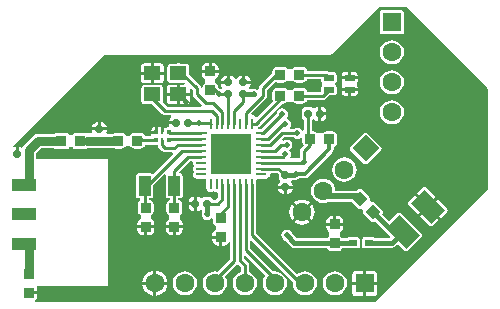
<source format=gtl>
G04 Layer_Physical_Order=1*
G04 Layer_Color=255*
%FSLAX25Y25*%
%MOIN*%
G70*
G01*
G75*
%ADD10R,0.03543X0.03543*%
%ADD11R,0.08268X0.04331*%
G04:AMPARAMS|DCode=12|XSize=35.43mil|YSize=35.43mil|CornerRadius=8.86mil|HoleSize=0mil|Usage=FLASHONLY|Rotation=180.000|XOffset=0mil|YOffset=0mil|HoleType=Round|Shape=RoundedRectangle|*
%AMROUNDEDRECTD12*
21,1,0.03543,0.01772,0,0,180.0*
21,1,0.01772,0.03543,0,0,180.0*
1,1,0.01772,-0.00886,0.00886*
1,1,0.01772,0.00886,0.00886*
1,1,0.01772,0.00886,-0.00886*
1,1,0.01772,-0.00886,-0.00886*
%
%ADD12ROUNDEDRECTD12*%
%ADD13R,0.00984X0.01378*%
%ADD14R,0.01181X0.01378*%
%ADD15R,0.05512X0.04528*%
%ADD16R,0.03937X0.06693*%
%ADD17R,0.03347X0.01968*%
G04:AMPARAMS|DCode=18|XSize=23.62mil|YSize=27.56mil|CornerRadius=5.91mil|HoleSize=0mil|Usage=FLASHONLY|Rotation=0.000|XOffset=0mil|YOffset=0mil|HoleType=Round|Shape=RoundedRectangle|*
%AMROUNDEDRECTD18*
21,1,0.02362,0.01575,0,0,0.0*
21,1,0.01181,0.02756,0,0,0.0*
1,1,0.01181,0.00591,-0.00787*
1,1,0.01181,-0.00591,-0.00787*
1,1,0.01181,-0.00591,0.00787*
1,1,0.01181,0.00591,0.00787*
%
%ADD18ROUNDEDRECTD18*%
G04:AMPARAMS|DCode=19|XSize=35.43mil|YSize=35.43mil|CornerRadius=8.86mil|HoleSize=0mil|Usage=FLASHONLY|Rotation=90.000|XOffset=0mil|YOffset=0mil|HoleType=Round|Shape=RoundedRectangle|*
%AMROUNDEDRECTD19*
21,1,0.03543,0.01772,0,0,90.0*
21,1,0.01772,0.03543,0,0,90.0*
1,1,0.01772,0.00886,0.00886*
1,1,0.01772,0.00886,-0.00886*
1,1,0.01772,-0.00886,-0.00886*
1,1,0.01772,-0.00886,0.00886*
%
%ADD19ROUNDEDRECTD19*%
G04:AMPARAMS|DCode=20|XSize=23.62mil|YSize=27.56mil|CornerRadius=5.91mil|HoleSize=0mil|Usage=FLASHONLY|Rotation=270.000|XOffset=0mil|YOffset=0mil|HoleType=Round|Shape=RoundedRectangle|*
%AMROUNDEDRECTD20*
21,1,0.02362,0.01575,0,0,270.0*
21,1,0.01181,0.02756,0,0,270.0*
1,1,0.01181,-0.00787,-0.00591*
1,1,0.01181,-0.00787,0.00591*
1,1,0.01181,0.00787,0.00591*
1,1,0.01181,0.00787,-0.00591*
%
%ADD20ROUNDEDRECTD20*%
%ADD21P,0.05011X4X360.0*%
%ADD22R,0.03937X0.00984*%
%ADD23O,0.03937X0.00984*%
%ADD24O,0.00984X0.03937*%
%ADD25R,0.13583X0.13583*%
%ADD26R,0.02756X0.01969*%
G04:AMPARAMS|DCode=27|XSize=63mil|YSize=95mil|CornerRadius=0mil|HoleSize=0mil|Usage=FLASHONLY|Rotation=225.000|XOffset=0mil|YOffset=0mil|HoleType=Round|Shape=Rectangle|*
%AMROTATEDRECTD27*
4,1,4,-0.01131,0.05586,0.05586,-0.01131,0.01131,-0.05586,-0.05586,0.01131,-0.01131,0.05586,0.0*
%
%ADD27ROTATEDRECTD27*%

%ADD28C,0.01000*%
%ADD29C,0.01575*%
%ADD30C,0.01181*%
%ADD31C,0.03000*%
%ADD32C,0.01968*%
%ADD33C,0.06299*%
%ADD34R,0.06299X0.06299*%
%ADD35P,0.08908X4X270.0*%
%ADD36R,0.06299X0.06299*%
%ADD37C,0.01968*%
%ADD38C,0.05000*%
G36*
X106034Y74984D02*
X106101Y74646D01*
X106293Y74360D01*
X106416Y74278D01*
X106424Y74253D01*
Y73747D01*
X106416Y73722D01*
X106293Y73640D01*
X106101Y73354D01*
X106034Y73016D01*
Y71445D01*
X105982Y71393D01*
X101257D01*
X101221Y71569D01*
X100834Y72149D01*
X100255Y72536D01*
X99571Y72672D01*
X97799D01*
X97116Y72536D01*
X96536Y72149D01*
X96416Y71969D01*
X94655D01*
X94535Y72149D01*
X93955Y72536D01*
X93272Y72672D01*
X91500D01*
X90817Y72536D01*
X90237Y72149D01*
X89850Y71569D01*
X89714Y70886D01*
Y69114D01*
X89850Y68430D01*
X89908Y68343D01*
X84596Y63030D01*
X83952Y63093D01*
X83904Y63164D01*
X83455Y63464D01*
X82925Y63570D01*
X82850Y63555D01*
X82764Y63604D01*
X82629Y64124D01*
X87520Y69015D01*
X87822Y69467D01*
X87928Y70000D01*
Y71923D01*
X90608Y74603D01*
X90817Y74464D01*
X91500Y74328D01*
X93272D01*
X93955Y74464D01*
X94535Y74851D01*
X94656Y75032D01*
X96416Y75032D01*
X96536Y74851D01*
X97116Y74464D01*
X97799Y74328D01*
X99571D01*
X100255Y74464D01*
X100834Y74851D01*
X101221Y75430D01*
X101257Y75607D01*
X106034D01*
Y74984D01*
D02*
G37*
G36*
X97313Y55757D02*
X98035Y55613D01*
X98757Y55757D01*
X99213Y56062D01*
X99696Y55857D01*
X99713Y55840D01*
Y54614D01*
X99849Y53931D01*
X100237Y53351D01*
X100240Y53323D01*
X99369Y52453D01*
X99067Y52002D01*
X98961Y51468D01*
Y49109D01*
X95933D01*
X95666Y49609D01*
X95779Y49778D01*
X95922Y50500D01*
X95779Y51222D01*
X95371Y51832D01*
X95869Y52166D01*
X96279Y52778D01*
X96422Y53500D01*
X96279Y54222D01*
X95869Y54834D01*
X95257Y55243D01*
X94535Y55387D01*
X93813Y55243D01*
X93428Y54986D01*
X93126Y55053D01*
X92957Y55591D01*
X93473Y56107D01*
X96789D01*
X97313Y55757D01*
D02*
G37*
G36*
X161643Y72423D02*
Y39077D01*
X123959Y1393D01*
X10615D01*
X10464Y1893D01*
X10781Y2105D01*
X11197Y2729D01*
X11344Y3464D01*
Y3850D01*
X8535D01*
Y4850D01*
X11344D01*
Y5236D01*
X11197Y5972D01*
X11139Y6059D01*
X11375Y6500D01*
X34930D01*
Y49000D01*
X10948D01*
Y51000D01*
X12534Y52587D01*
X17014D01*
X17276Y52412D01*
X17614Y52345D01*
X21158D01*
X21496Y52412D01*
X21782Y52604D01*
X21974Y52890D01*
X22002Y53031D01*
X23070D01*
X23098Y52890D01*
X23289Y52604D01*
X23576Y52412D01*
X23914Y52345D01*
X27457D01*
X27795Y52412D01*
X28081Y52604D01*
X28091Y52618D01*
X31911D01*
X32067Y52587D01*
X36632D01*
X36817Y52464D01*
X37500Y52328D01*
X39272D01*
X39955Y52464D01*
X40535Y52851D01*
X40768Y53200D01*
X42303D01*
X42536Y52851D01*
X43116Y52464D01*
X43799Y52328D01*
X45571D01*
X46255Y52464D01*
X46834Y52851D01*
X47221Y53430D01*
X47281Y53729D01*
X49872D01*
X50040Y53617D01*
X50378Y53550D01*
X51559D01*
X51577Y53554D01*
X51643Y53500D01*
X51749Y52967D01*
X52051Y52515D01*
X53051Y51515D01*
X53502Y51213D01*
X54035Y51107D01*
X56326D01*
X56534Y50607D01*
X49880Y43954D01*
X49707Y43971D01*
X49421Y44162D01*
X49083Y44230D01*
X45146D01*
X44808Y44162D01*
X44521Y43971D01*
X44330Y43684D01*
X44262Y43346D01*
Y36654D01*
X44330Y36316D01*
X44521Y36029D01*
X44808Y35838D01*
X45146Y35770D01*
X45721D01*
Y35022D01*
X45387Y34799D01*
X45000Y34219D01*
X44864Y33536D01*
Y31764D01*
X45000Y31080D01*
X45387Y30501D01*
X45886Y30167D01*
X45886Y28994D01*
X45290Y28596D01*
X44873Y27972D01*
X44727Y27236D01*
Y26851D01*
X47536D01*
X50344D01*
Y27236D01*
X50198Y27972D01*
X49781Y28596D01*
X49335Y28894D01*
Y30268D01*
X49685Y30501D01*
X50072Y31080D01*
X50208Y31764D01*
Y33536D01*
X50072Y34219D01*
X49685Y34799D01*
X49105Y35186D01*
X48680Y35270D01*
X48730Y35770D01*
X49083D01*
X49421Y35838D01*
X49707Y36029D01*
X49899Y36316D01*
X49966Y36654D01*
Y40100D01*
X53739Y43873D01*
X53799Y43846D01*
X54151Y43578D01*
X54105Y43346D01*
Y36654D01*
X54172Y36316D01*
X54364Y36029D01*
X54650Y35838D01*
X54988Y35770D01*
X55564D01*
Y35205D01*
X55466Y35186D01*
X54887Y34799D01*
X54500Y34219D01*
X54364Y33536D01*
Y31764D01*
X54500Y31080D01*
X54887Y30501D01*
X55386Y30167D01*
Y28994D01*
X54790Y28596D01*
X54374Y27972D01*
X54227Y27236D01*
Y26851D01*
X57036D01*
X59844D01*
Y27236D01*
X59698Y27972D01*
X59281Y28596D01*
X58835Y28894D01*
Y30268D01*
X59185Y30501D01*
X59572Y31080D01*
X59708Y31764D01*
Y33536D01*
X59572Y34219D01*
X59185Y34799D01*
X58605Y35186D01*
X58350Y35237D01*
Y35770D01*
X58925D01*
X59263Y35838D01*
X59550Y36029D01*
X59741Y36316D01*
X59808Y36654D01*
Y43346D01*
X59741Y43684D01*
X59550Y43971D01*
X59263Y44162D01*
X58939Y44227D01*
X58910Y44269D01*
X58735Y44730D01*
X62266Y48261D01*
X62778Y48245D01*
X63150Y47792D01*
X63135Y47717D01*
X63240Y47187D01*
X63540Y46737D01*
Y46727D01*
X63240Y46278D01*
X63135Y45748D01*
X63240Y45218D01*
X63540Y44769D01*
Y44759D01*
X63240Y44309D01*
X63135Y43780D01*
X63240Y43250D01*
X63540Y42800D01*
X63990Y42500D01*
X64520Y42395D01*
X67308D01*
X67585Y42219D01*
X67761Y41942D01*
Y39154D01*
X67866Y38624D01*
X68166Y38174D01*
X68616Y37874D01*
X69146Y37769D01*
X69676Y37874D01*
X70125Y38174D01*
X70135D01*
X70584Y37874D01*
X71114Y37769D01*
X71190Y37784D01*
X71690Y37373D01*
Y36124D01*
X70958Y35392D01*
X69941D01*
X69644Y35837D01*
X69162Y36159D01*
X68594Y36272D01*
X67413D01*
X66844Y36159D01*
X66363Y35837D01*
X65868D01*
X65803Y35933D01*
X65277Y36285D01*
X64657Y36408D01*
X64566D01*
Y33999D01*
Y31590D01*
X64657D01*
X65277Y31714D01*
X65803Y32065D01*
X65817Y32086D01*
X66317Y31935D01*
Y31260D01*
X66292Y31222D01*
X66149Y30500D01*
X66292Y29778D01*
X66701Y29166D01*
X67313Y28757D01*
X68035Y28613D01*
X68757Y28757D01*
X69370Y29166D01*
X69864Y29005D01*
Y28264D01*
X70000Y27580D01*
X70387Y27001D01*
X70886Y26667D01*
Y25494D01*
X70290Y25096D01*
X69873Y24472D01*
X69727Y23736D01*
Y23351D01*
X72536D01*
Y22851D01*
X73036D01*
Y20042D01*
X73422D01*
X74157Y20188D01*
X74781Y20605D01*
X75143Y21146D01*
X75521Y21108D01*
X75643Y21063D01*
Y15577D01*
X71490Y11425D01*
X70535Y11550D01*
X69487Y11412D01*
X68510Y11008D01*
X67671Y10364D01*
X67028Y9525D01*
X66623Y8548D01*
X66485Y7500D01*
X66623Y6452D01*
X67028Y5475D01*
X67671Y4636D01*
X68510Y3992D01*
X69487Y3588D01*
X70535Y3450D01*
X71584Y3588D01*
X72561Y3992D01*
X73400Y4636D01*
X74043Y5475D01*
X74448Y6452D01*
X74586Y7500D01*
X74448Y8548D01*
X74043Y9525D01*
X73821Y9815D01*
X77699Y13694D01*
X78035Y14001D01*
X78372Y13694D01*
X79142Y12923D01*
Y11270D01*
X78510Y11008D01*
X77671Y10364D01*
X77028Y9525D01*
X76623Y8548D01*
X76485Y7500D01*
X76623Y6452D01*
X77028Y5475D01*
X77671Y4636D01*
X78510Y3992D01*
X79487Y3588D01*
X80535Y3450D01*
X81584Y3588D01*
X82561Y3992D01*
X83399Y4636D01*
X84043Y5475D01*
X84448Y6452D01*
X84586Y7500D01*
X84448Y8548D01*
X84043Y9525D01*
X83399Y10364D01*
X82561Y11008D01*
X81928Y11270D01*
Y13500D01*
X81822Y14033D01*
X81520Y14485D01*
X80428Y15577D01*
Y16484D01*
X80890Y16675D01*
X87467Y10098D01*
X87028Y9525D01*
X86623Y8548D01*
X86485Y7500D01*
X86623Y6452D01*
X87028Y5475D01*
X87671Y4636D01*
X88510Y3992D01*
X89487Y3588D01*
X90535Y3450D01*
X91584Y3588D01*
X92561Y3992D01*
X93400Y4636D01*
X94043Y5475D01*
X94448Y6452D01*
X94586Y7500D01*
X94448Y8548D01*
X94043Y9525D01*
X93400Y10364D01*
X92561Y11008D01*
X91584Y11412D01*
X90535Y11550D01*
X90022Y11483D01*
X82350Y19156D01*
Y21563D01*
X82811Y21754D01*
X96553Y8013D01*
X96485Y7500D01*
X96623Y6452D01*
X97028Y5475D01*
X97671Y4636D01*
X98510Y3992D01*
X99487Y3588D01*
X100535Y3450D01*
X101584Y3588D01*
X102561Y3992D01*
X103400Y4636D01*
X104043Y5475D01*
X104448Y6452D01*
X104586Y7500D01*
X104448Y8548D01*
X104043Y9525D01*
X103400Y10364D01*
X102561Y11008D01*
X101584Y11412D01*
X100535Y11550D01*
X99487Y11412D01*
X98510Y11008D01*
X97937Y10568D01*
X84318Y24187D01*
Y40630D01*
X84310Y40670D01*
Y41942D01*
X84486Y42219D01*
X84763Y42395D01*
X87551D01*
X88081Y42500D01*
X88530Y42800D01*
X88831Y43250D01*
X88936Y43780D01*
X88921Y43855D01*
X89331Y44355D01*
X91179D01*
X91764Y43771D01*
Y42877D01*
X91877Y42309D01*
X92198Y41827D01*
Y41333D01*
X92102Y41268D01*
X91750Y40742D01*
X91627Y40121D01*
Y40031D01*
X94036D01*
X96445D01*
Y40121D01*
X96322Y40742D01*
X95970Y41268D01*
X95949Y41282D01*
X96101Y41782D01*
X97003D01*
X97649Y41910D01*
X98129Y42231D01*
X98257Y42257D01*
X98643Y42515D01*
X100535D01*
X100535Y42515D01*
X101104Y42628D01*
X101586Y42950D01*
X109735Y51099D01*
X110057Y51581D01*
X110170Y52149D01*
X110170Y52149D01*
Y52947D01*
X110254Y52964D01*
X110834Y53351D01*
X111221Y53931D01*
X111357Y54614D01*
Y56386D01*
X111221Y57070D01*
X110834Y57649D01*
X110254Y58036D01*
X109571Y58172D01*
X107799D01*
X107115Y58036D01*
X106536Y57649D01*
X106415Y57468D01*
X104655D01*
X104534Y57649D01*
X103955Y58036D01*
X103271Y58172D01*
X102929D01*
Y61976D01*
X103208Y62163D01*
X103703D01*
X103767Y62067D01*
X104294Y61715D01*
X104914Y61592D01*
X105005D01*
Y64001D01*
Y66410D01*
X104914D01*
X104294Y66286D01*
X103767Y65935D01*
X103703Y65838D01*
X103208D01*
X102726Y66160D01*
X102158Y66273D01*
X100977D01*
X100408Y66160D01*
X99927Y65838D01*
X99605Y65356D01*
X99492Y64788D01*
Y63213D01*
X99605Y62645D01*
X99927Y62163D01*
X100143Y62019D01*
Y58577D01*
X99643Y58425D01*
X99370Y58834D01*
X98757Y59243D01*
X98035Y59387D01*
X97313Y59243D01*
X96789Y58893D01*
X95788D01*
X95521Y59393D01*
X95779Y59778D01*
X95922Y60500D01*
X95779Y61222D01*
X95369Y61834D01*
X94757Y62243D01*
X94656Y62263D01*
X94588Y62358D01*
X94466Y62811D01*
X94779Y63278D01*
X94922Y64000D01*
X94779Y64722D01*
X94370Y65334D01*
X93757Y65743D01*
X93035Y65887D01*
X92313Y65743D01*
X91701Y65334D01*
X91292Y64722D01*
X91169Y64104D01*
X86010Y58944D01*
X85097D01*
X84805Y59407D01*
X84810Y59444D01*
X85229Y59724D01*
X92833Y67328D01*
X93272D01*
X93955Y67464D01*
X94535Y67851D01*
X94656Y68032D01*
X96416Y68032D01*
X96536Y67851D01*
X97116Y67464D01*
X97799Y67328D01*
X99571D01*
X100255Y67464D01*
X100834Y67851D01*
X101221Y68430D01*
X101257Y68607D01*
X106559D01*
X107092Y68713D01*
X107544Y69015D01*
X108693Y70164D01*
X110264D01*
X110602Y70231D01*
X110888Y70423D01*
X111080Y70709D01*
X111147Y71047D01*
Y73016D01*
X111080Y73354D01*
X110888Y73640D01*
X110766Y73722D01*
X110757Y73747D01*
Y74253D01*
X110766Y74278D01*
X110888Y74360D01*
X111080Y74646D01*
X111147Y74984D01*
Y76953D01*
X111080Y77291D01*
X110888Y77577D01*
X110602Y77769D01*
X110264Y77836D01*
X108693D01*
X108544Y77985D01*
X108092Y78287D01*
X107559Y78393D01*
X101257D01*
X101221Y78569D01*
X100834Y79149D01*
X100255Y79536D01*
X99571Y79672D01*
X97799D01*
X97116Y79536D01*
X96536Y79149D01*
X96416Y78969D01*
X94655D01*
X94535Y79149D01*
X93955Y79536D01*
X93272Y79672D01*
X91500D01*
X90817Y79536D01*
X90237Y79149D01*
X89850Y78569D01*
X89714Y77886D01*
Y77648D01*
X85550Y73485D01*
X85249Y73033D01*
X85142Y72500D01*
Y72253D01*
X84642Y71986D01*
X84257Y72243D01*
X83535Y72387D01*
X82813Y72243D01*
X82776Y72218D01*
X82099D01*
X81948Y72718D01*
X81969Y72732D01*
X82320Y73258D01*
X82444Y73879D01*
Y73969D01*
X80035D01*
Y74469D01*
X79535D01*
Y76682D01*
X79247D01*
X78627Y76558D01*
X78101Y76207D01*
X77812Y75774D01*
X77577Y75729D01*
X77493D01*
X77258Y75774D01*
X76969Y76207D01*
X76443Y76558D01*
X75822Y76682D01*
X75535D01*
Y74469D01*
X75035D01*
Y73969D01*
X72626D01*
Y73879D01*
X72749Y73258D01*
X72932Y72985D01*
X72849Y72378D01*
X72814Y72329D01*
X72734Y72280D01*
X72697Y72281D01*
X72107Y72398D01*
X71692Y72813D01*
X71571Y73420D01*
X71184Y73999D01*
X70685Y74333D01*
Y75506D01*
X71281Y75904D01*
X71697Y76528D01*
X71844Y77264D01*
Y77649D01*
X69035D01*
X66227D01*
Y77264D01*
X66373Y76528D01*
X66790Y75904D01*
X67235Y75606D01*
Y74232D01*
X66886Y73999D01*
X66499Y73420D01*
X66363Y72736D01*
X65875Y72766D01*
X65822Y73033D01*
X65520Y73485D01*
X62005Y77000D01*
Y79807D01*
X61938Y80145D01*
X61747Y80431D01*
X61460Y80623D01*
X61122Y80690D01*
X59109D01*
X58899Y80830D01*
X58366Y80936D01*
X57833Y80830D01*
X57624Y80690D01*
X55610D01*
X55272Y80623D01*
X54986Y80431D01*
X54794Y80145D01*
X54727Y79807D01*
Y75279D01*
X54794Y74942D01*
X54986Y74655D01*
X55272Y74464D01*
X55610Y74396D01*
X60349D01*
X60456Y74240D01*
X60192Y73740D01*
X58866D01*
Y70957D01*
X62142D01*
Y72217D01*
X62642Y72424D01*
X63143Y71923D01*
Y70500D01*
X63249Y69967D01*
X63551Y69515D01*
X66173Y66893D01*
X65966Y66393D01*
X54612D01*
X53226Y67779D01*
X53276Y67855D01*
X53344Y68193D01*
Y72720D01*
X53276Y73058D01*
X53085Y73345D01*
X52799Y73536D01*
X52461Y73604D01*
X46949D01*
X46611Y73536D01*
X46324Y73345D01*
X46133Y73058D01*
X46066Y72720D01*
Y68193D01*
X46133Y67855D01*
X46324Y67568D01*
X46611Y67377D01*
X46949Y67310D01*
X49756D01*
X53051Y64015D01*
X53502Y63713D01*
X54035Y63607D01*
X55937D01*
X56089Y63107D01*
X55829Y62933D01*
X55477Y62407D01*
X55354Y61787D01*
Y61499D01*
X57566D01*
Y60499D01*
X55354D01*
Y60212D01*
X55406Y59950D01*
X55016Y59450D01*
X54512D01*
X54174Y59383D01*
X54140Y59360D01*
X53918Y59509D01*
X53535Y59585D01*
Y57878D01*
X52535D01*
Y59585D01*
X52153Y59509D01*
X52051Y59441D01*
X51949Y59509D01*
X51559Y59587D01*
X51468D01*
Y57878D01*
X50968D01*
Y57378D01*
X49358D01*
Y57189D01*
X49393Y57015D01*
X49070Y56515D01*
X47232D01*
X47221Y56569D01*
X46834Y57149D01*
X46255Y57536D01*
X45571Y57672D01*
X43799D01*
X43116Y57536D01*
X42536Y57149D01*
X42203Y56650D01*
X40868D01*
X40535Y57149D01*
X39955Y57536D01*
X39272Y57672D01*
X37500D01*
X36817Y57536D01*
X36632Y57412D01*
X34647D01*
X34353Y57912D01*
X34445Y58377D01*
Y58468D01*
X32036D01*
X29627D01*
Y58377D01*
X29713Y57943D01*
X29404Y57443D01*
X28066D01*
X28023Y57435D01*
X27795Y57587D01*
X27457Y57655D01*
X23914D01*
X23576Y57587D01*
X23289Y57396D01*
X23098Y57109D01*
X23070Y56968D01*
X22002D01*
X21974Y57109D01*
X21782Y57396D01*
X21496Y57587D01*
X21158Y57655D01*
X17614D01*
X17276Y57587D01*
X17014Y57412D01*
X11535D01*
X11535Y57412D01*
X10612Y57229D01*
X9829Y56706D01*
X9829Y56706D01*
X6829Y53706D01*
X6367Y53014D01*
X5869Y52746D01*
X5809Y52786D01*
X5189Y52909D01*
X5098D01*
Y50500D01*
X4098D01*
Y52909D01*
X4008D01*
X3526Y52813D01*
X3265Y53260D01*
X33612Y83607D01*
X108535D01*
X109069Y83713D01*
X109520Y84015D01*
X125112Y99607D01*
X134458D01*
X161643Y72423D01*
D02*
G37*
%LPC*%
G36*
X111421Y29958D02*
X111035D01*
Y27649D01*
X113344D01*
Y28035D01*
X113197Y28771D01*
X112781Y29395D01*
X112157Y29812D01*
X111421Y29958D01*
D02*
G37*
G36*
X110035D02*
X109649D01*
X108914Y29812D01*
X108290Y29395D01*
X107873Y28771D01*
X107727Y28035D01*
Y27649D01*
X110035D01*
Y29958D01*
D02*
G37*
G36*
X59844Y25851D02*
X57536D01*
Y23542D01*
X57921D01*
X58657Y23688D01*
X59281Y24105D01*
X59698Y24729D01*
X59844Y25465D01*
Y25851D01*
D02*
G37*
G36*
X141535Y32374D02*
X138940Y29779D01*
X141945Y26774D01*
X142276Y26553D01*
X142666Y26475D01*
X143056Y26553D01*
X143387Y26774D01*
X145261Y28648D01*
X141535Y32374D01*
D02*
G37*
G36*
X99589Y30537D02*
X97030Y27978D01*
X97496Y27619D01*
X98506Y27201D01*
X99589Y27059D01*
X100672Y27201D01*
X101682Y27619D01*
X102148Y27978D01*
X99589Y30537D01*
D02*
G37*
G36*
X102856Y33804D02*
X100296Y31244D01*
X102856Y28685D01*
X103214Y29151D01*
X103632Y30161D01*
X103774Y31244D01*
X103632Y32327D01*
X103214Y33337D01*
X102856Y33804D01*
D02*
G37*
G36*
X99589Y35430D02*
X98506Y35287D01*
X97496Y34869D01*
X97030Y34511D01*
X99589Y31951D01*
X102148Y34511D01*
X101682Y34869D01*
X100672Y35287D01*
X99589Y35430D01*
D02*
G37*
G36*
X140403Y39687D02*
X140013Y39609D01*
X139682Y39388D01*
X137809Y37514D01*
X141535Y33788D01*
X144129Y36383D01*
X141124Y39388D01*
X140793Y39609D01*
X140403Y39687D01*
D02*
G37*
G36*
X63566Y36408D02*
X63476D01*
X62855Y36285D01*
X62329Y35933D01*
X61977Y35407D01*
X61854Y34787D01*
Y34499D01*
X63566D01*
Y36408D01*
D02*
G37*
G36*
Y33499D02*
X61854D01*
Y33212D01*
X61977Y32591D01*
X62329Y32065D01*
X62855Y31714D01*
X63476Y31590D01*
X63566D01*
Y33499D01*
D02*
G37*
G36*
X96323Y33804D02*
X95964Y33337D01*
X95546Y32327D01*
X95404Y31244D01*
X95546Y30161D01*
X95964Y29151D01*
X96323Y28685D01*
X98882Y31244D01*
X96323Y33804D01*
D02*
G37*
G36*
X144836Y35676D02*
X142242Y33081D01*
X145968Y29355D01*
X147842Y31229D01*
X148063Y31559D01*
X148140Y31949D01*
X148063Y32340D01*
X147842Y32670D01*
X144836Y35676D01*
D02*
G37*
G36*
X137101Y36807D02*
X135228Y34933D01*
X135006Y34602D01*
X134929Y34212D01*
X135006Y33822D01*
X135228Y33491D01*
X138233Y30486D01*
X140828Y33081D01*
X137101Y36807D01*
D02*
G37*
G36*
X56536Y25851D02*
X54227D01*
Y25465D01*
X54374Y24729D01*
X54790Y24105D01*
X55414Y23688D01*
X56150Y23542D01*
X56536D01*
Y25851D01*
D02*
G37*
G36*
X60535Y11550D02*
X59487Y11412D01*
X58510Y11008D01*
X57671Y10364D01*
X57028Y9525D01*
X56623Y8548D01*
X56485Y7500D01*
X56623Y6452D01*
X57028Y5475D01*
X57671Y4636D01*
X58510Y3992D01*
X59487Y3588D01*
X60535Y3450D01*
X61584Y3588D01*
X62561Y3992D01*
X63399Y4636D01*
X64043Y5475D01*
X64448Y6452D01*
X64586Y7500D01*
X64448Y8548D01*
X64043Y9525D01*
X63399Y10364D01*
X62561Y11008D01*
X61584Y11412D01*
X60535Y11550D01*
D02*
G37*
G36*
X110535D02*
X109487Y11412D01*
X108510Y11008D01*
X107671Y10364D01*
X107028Y9525D01*
X106623Y8548D01*
X106485Y7500D01*
X106623Y6452D01*
X107028Y5475D01*
X107671Y4636D01*
X108510Y3992D01*
X109487Y3588D01*
X110535Y3450D01*
X111584Y3588D01*
X112561Y3992D01*
X113400Y4636D01*
X114043Y5475D01*
X114448Y6452D01*
X114586Y7500D01*
X114448Y8548D01*
X114043Y9525D01*
X113400Y10364D01*
X112561Y11008D01*
X111584Y11412D01*
X110535Y11550D01*
D02*
G37*
G36*
X120035Y11669D02*
X117386D01*
X116996Y11592D01*
X116665Y11371D01*
X116444Y11040D01*
X116366Y10650D01*
Y8000D01*
X120035D01*
Y11669D01*
D02*
G37*
G36*
X54655Y7000D02*
X51035D01*
Y3380D01*
X51619Y3457D01*
X52628Y3875D01*
X53495Y4541D01*
X54160Y5407D01*
X54578Y6417D01*
X54655Y7000D01*
D02*
G37*
G36*
X120035D02*
X116366D01*
Y4350D01*
X116444Y3960D01*
X116665Y3629D01*
X116996Y3408D01*
X117386Y3331D01*
X120035D01*
Y7000D01*
D02*
G37*
G36*
X124705D02*
X121035D01*
Y3331D01*
X123685D01*
X124075Y3408D01*
X124406Y3629D01*
X124627Y3960D01*
X124705Y4350D01*
Y7000D01*
D02*
G37*
G36*
X50035D02*
X46416D01*
X46493Y6417D01*
X46911Y5407D01*
X47576Y4541D01*
X48443Y3875D01*
X49452Y3457D01*
X50035Y3380D01*
Y7000D01*
D02*
G37*
G36*
Y11620D02*
X49452Y11543D01*
X48443Y11125D01*
X47576Y10459D01*
X46911Y9593D01*
X46493Y8583D01*
X46416Y8000D01*
X50035D01*
Y11620D01*
D02*
G37*
G36*
X106660Y42366D02*
X105612Y42228D01*
X104635Y41823D01*
X103796Y41179D01*
X103152Y40341D01*
X102748Y39364D01*
X102610Y38315D01*
X102748Y37267D01*
X103152Y36290D01*
X103796Y35451D01*
X104635Y34808D01*
X105612Y34403D01*
X106660Y34265D01*
X107708Y34403D01*
X108301Y34648D01*
X108475Y34613D01*
X108475Y34613D01*
X116168D01*
X118184Y32598D01*
X118470Y32406D01*
X118808Y32339D01*
X119146Y32406D01*
X119266Y32486D01*
X120021Y31730D01*
X119941Y31611D01*
X119874Y31273D01*
X119941Y30935D01*
X120133Y30649D01*
X122638Y28143D01*
X122925Y27952D01*
X123263Y27885D01*
X123601Y27952D01*
X123887Y28143D01*
X123948Y28204D01*
X126752Y25399D01*
X126906Y25169D01*
X126906Y25169D01*
X128983Y23092D01*
X128682Y22686D01*
X123679D01*
X123507Y22800D01*
X123169Y22868D01*
X120413D01*
X120076Y22800D01*
X119789Y22609D01*
X119598Y22322D01*
X119530Y21984D01*
Y20016D01*
X119598Y19678D01*
X119789Y19391D01*
X120076Y19200D01*
X120413Y19132D01*
X123169D01*
X123507Y19200D01*
X123679Y19314D01*
X129454D01*
X130099Y19442D01*
X130646Y19808D01*
X131456Y20618D01*
X133623Y18452D01*
X133909Y18260D01*
X134248Y18193D01*
X134585Y18260D01*
X134872Y18452D01*
X139327Y22907D01*
X139518Y23193D01*
X139585Y23531D01*
X139518Y23869D01*
X139327Y24156D01*
X139327Y24156D01*
X132609Y30873D01*
X132323Y31064D01*
X131985Y31132D01*
X131647Y31064D01*
X131360Y30873D01*
X128703Y28216D01*
X126332Y30588D01*
X126392Y30649D01*
X126584Y30935D01*
X126651Y31273D01*
X126584Y31611D01*
X126392Y31898D01*
X123887Y34403D01*
X123600Y34595D01*
X123263Y34662D01*
X122925Y34595D01*
X122805Y34514D01*
X122050Y35270D01*
X122130Y35390D01*
X122197Y35727D01*
X122130Y36065D01*
X121938Y36352D01*
X119433Y38857D01*
X119146Y39049D01*
X118808Y39116D01*
X118470Y39049D01*
X118184Y38857D01*
X117713Y38387D01*
X110701D01*
X110573Y39364D01*
X110168Y40341D01*
X109524Y41179D01*
X108685Y41823D01*
X107708Y42228D01*
X106660Y42366D01*
D02*
G37*
G36*
X47036Y25851D02*
X44727D01*
Y25465D01*
X44873Y24729D01*
X45290Y24105D01*
X45914Y23688D01*
X46650Y23542D01*
X47036D01*
Y25851D01*
D02*
G37*
G36*
X50344D02*
X48036D01*
Y23542D01*
X48421D01*
X49157Y23688D01*
X49781Y24105D01*
X50198Y24729D01*
X50344Y25465D01*
Y25851D01*
D02*
G37*
G36*
X113344Y26649D02*
X110535D01*
X107727D01*
Y26264D01*
X107873Y25528D01*
X108290Y24904D01*
X108735Y24606D01*
Y23233D01*
X108386Y22999D01*
X108158Y22657D01*
X97762D01*
X96298Y24121D01*
X96279Y24222D01*
X95869Y24834D01*
X95257Y25243D01*
X94535Y25387D01*
X93813Y25243D01*
X93201Y24834D01*
X92792Y24222D01*
X92649Y23500D01*
X92792Y22778D01*
X93201Y22166D01*
X93813Y21757D01*
X93914Y21737D01*
X95872Y19779D01*
X96419Y19414D01*
X97064Y19286D01*
X107998D01*
X107999Y19281D01*
X108386Y18701D01*
X108966Y18314D01*
X109649Y18178D01*
X111421D01*
X112105Y18314D01*
X112684Y18701D01*
X113071Y19281D01*
X113072Y19286D01*
X114829D01*
X114957Y19200D01*
X115295Y19132D01*
X118051D01*
X118389Y19200D01*
X118676Y19391D01*
X118867Y19678D01*
X118935Y20016D01*
Y21984D01*
X118867Y22322D01*
X118676Y22609D01*
X118389Y22800D01*
X118051Y22868D01*
X115295D01*
X114957Y22800D01*
X114743Y22657D01*
X112912D01*
X112684Y22999D01*
X112185Y23333D01*
Y24506D01*
X112781Y24904D01*
X113197Y25528D01*
X113344Y26264D01*
Y26649D01*
D02*
G37*
G36*
X51035Y11620D02*
Y8000D01*
X54655D01*
X54578Y8583D01*
X54160Y9593D01*
X53495Y10459D01*
X52628Y11125D01*
X51619Y11543D01*
X51035Y11620D01*
D02*
G37*
G36*
X123685Y11669D02*
X121035D01*
Y8000D01*
X124705D01*
Y10650D01*
X124627Y11040D01*
X124406Y11371D01*
X124075Y11592D01*
X123685Y11669D01*
D02*
G37*
G36*
X72036Y22351D02*
X69727D01*
Y21965D01*
X69873Y21229D01*
X70290Y20605D01*
X70914Y20188D01*
X71650Y20042D01*
X72036D01*
Y22351D01*
D02*
G37*
G36*
X74535Y76682D02*
X74247D01*
X73627Y76558D01*
X73101Y76207D01*
X72749Y75680D01*
X72626Y75060D01*
Y74969D01*
X74535D01*
Y76682D01*
D02*
G37*
G36*
X80822D02*
X80535D01*
Y74969D01*
X82444D01*
Y75060D01*
X82320Y75680D01*
X81969Y76207D01*
X81443Y76558D01*
X80822Y76682D01*
D02*
G37*
G36*
X114980Y77972D02*
X113807D01*
X113417Y77895D01*
X113086Y77674D01*
X112865Y77343D01*
X112787Y76953D01*
Y76468D01*
X114980D01*
Y77972D01*
D02*
G37*
G36*
X53480Y77043D02*
X50205D01*
Y74260D01*
X52461D01*
X52851Y74338D01*
X53182Y74559D01*
X53403Y74889D01*
X53480Y75279D01*
Y77043D01*
D02*
G37*
G36*
X57866Y73740D02*
X55610D01*
X55220Y73663D01*
X54889Y73441D01*
X54668Y73111D01*
X54591Y72720D01*
Y70957D01*
X57866D01*
Y73740D01*
D02*
G37*
G36*
X118173Y75468D02*
X115480D01*
X112787D01*
Y74984D01*
X112865Y74594D01*
X113086Y74263D01*
Y73737D01*
X112865Y73406D01*
X112787Y73016D01*
Y72531D01*
X115480D01*
X118173D01*
Y73016D01*
X118096Y73406D01*
X117875Y73737D01*
Y74263D01*
X118096Y74594D01*
X118173Y74984D01*
Y75468D01*
D02*
G37*
G36*
X49205Y77043D02*
X45929D01*
Y75279D01*
X46007Y74889D01*
X46228Y74559D01*
X46559Y74338D01*
X46949Y74260D01*
X49205D01*
Y77043D01*
D02*
G37*
G36*
X69921Y80958D02*
X69535D01*
Y78649D01*
X71844D01*
Y79035D01*
X71697Y79771D01*
X71281Y80395D01*
X70657Y80812D01*
X69921Y80958D01*
D02*
G37*
G36*
X129535Y88550D02*
X128487Y88412D01*
X127510Y88008D01*
X126671Y87364D01*
X126028Y86525D01*
X125623Y85548D01*
X125485Y84500D01*
X125623Y83452D01*
X126028Y82475D01*
X126671Y81636D01*
X127510Y80992D01*
X128487Y80588D01*
X129535Y80450D01*
X130584Y80588D01*
X131561Y80992D01*
X132399Y81636D01*
X133043Y82475D01*
X133448Y83452D01*
X133586Y84500D01*
X133448Y85548D01*
X133043Y86525D01*
X132399Y87364D01*
X131561Y88008D01*
X130584Y88412D01*
X129535Y88550D01*
D02*
G37*
G36*
X132685Y98533D02*
X126386D01*
X126048Y98466D01*
X125761Y98274D01*
X125570Y97988D01*
X125503Y97650D01*
Y91350D01*
X125570Y91013D01*
X125761Y90726D01*
X126048Y90535D01*
X126386Y90467D01*
X132685D01*
X133023Y90535D01*
X133309Y90726D01*
X133501Y91013D01*
X133568Y91350D01*
Y97650D01*
X133501Y97988D01*
X133309Y98274D01*
X133023Y98466D01*
X132685Y98533D01*
D02*
G37*
G36*
X68535Y80958D02*
X68149D01*
X67414Y80812D01*
X66790Y80395D01*
X66373Y79771D01*
X66227Y79035D01*
Y78649D01*
X68535D01*
Y80958D01*
D02*
G37*
G36*
X117154Y77972D02*
X115980D01*
Y76468D01*
X118173D01*
Y76953D01*
X118096Y77343D01*
X117875Y77674D01*
X117544Y77895D01*
X117154Y77972D01*
D02*
G37*
G36*
X49205Y80827D02*
X46949D01*
X46559Y80749D01*
X46228Y80528D01*
X46007Y80197D01*
X45929Y79807D01*
Y78043D01*
X49205D01*
Y80827D01*
D02*
G37*
G36*
X52461D02*
X50205D01*
Y78043D01*
X53480D01*
Y79807D01*
X53403Y80197D01*
X53182Y80528D01*
X52851Y80749D01*
X52461Y80827D01*
D02*
G37*
G36*
X129535Y78550D02*
X128487Y78412D01*
X127510Y78008D01*
X126671Y77364D01*
X126028Y76525D01*
X125623Y75548D01*
X125485Y74500D01*
X125623Y73452D01*
X126028Y72475D01*
X126671Y71636D01*
X127510Y70992D01*
X128487Y70588D01*
X129535Y70450D01*
X130584Y70588D01*
X131561Y70992D01*
X132399Y71636D01*
X133043Y72475D01*
X133448Y73452D01*
X133586Y74500D01*
X133448Y75548D01*
X133043Y76525D01*
X132399Y77364D01*
X131561Y78008D01*
X130584Y78412D01*
X129535Y78550D01*
D02*
G37*
G36*
X50468Y59587D02*
X50378D01*
X49988Y59509D01*
X49657Y59288D01*
X49436Y58957D01*
X49358Y58567D01*
Y58378D01*
X50468D01*
Y59587D01*
D02*
G37*
G36*
X31536Y61180D02*
X31249D01*
X30628Y61057D01*
X30102Y60705D01*
X29750Y60179D01*
X29627Y59559D01*
Y59468D01*
X31536D01*
Y61180D01*
D02*
G37*
G36*
X32824D02*
X32536D01*
Y59468D01*
X34445D01*
Y59559D01*
X34322Y60179D01*
X33970Y60705D01*
X33444Y61057D01*
X32824Y61180D01*
D02*
G37*
G36*
X120802Y57795D02*
X120464Y57727D01*
X120178Y57536D01*
X115724Y53082D01*
X115532Y52795D01*
X115465Y52457D01*
X115532Y52119D01*
X115724Y51833D01*
X120178Y47379D01*
X120464Y47187D01*
X120802Y47120D01*
X121140Y47187D01*
X121427Y47379D01*
X125881Y51833D01*
X126072Y52119D01*
X126140Y52457D01*
X126072Y52795D01*
X125881Y53082D01*
X121427Y57536D01*
X121140Y57727D01*
X121084Y57739D01*
X120802Y57795D01*
D02*
G37*
G36*
X93536Y39031D02*
X91627D01*
Y38940D01*
X91750Y38320D01*
X92102Y37793D01*
X92628Y37442D01*
X93249Y37319D01*
X93536D01*
Y39031D01*
D02*
G37*
G36*
X96445D02*
X94536D01*
Y37319D01*
X94823D01*
X95444Y37442D01*
X95970Y37793D01*
X96322Y38320D01*
X96445Y38940D01*
Y39031D01*
D02*
G37*
G36*
X113731Y49437D02*
X112683Y49299D01*
X111706Y48894D01*
X110867Y48250D01*
X110223Y47412D01*
X109819Y46435D01*
X109681Y45386D01*
X109819Y44338D01*
X110223Y43361D01*
X110867Y42522D01*
X111706Y41879D01*
X112683Y41474D01*
X113731Y41336D01*
X114779Y41474D01*
X115756Y41879D01*
X116595Y42522D01*
X117239Y43361D01*
X117644Y44338D01*
X117782Y45386D01*
X117644Y46435D01*
X117239Y47412D01*
X116595Y48250D01*
X115756Y48894D01*
X114779Y49299D01*
X113731Y49437D01*
D02*
G37*
G36*
X62142Y69957D02*
X58866D01*
Y67173D01*
X61122D01*
X61512Y67251D01*
X61843Y67472D01*
X62064Y67803D01*
X62142Y68193D01*
Y69957D01*
D02*
G37*
G36*
X114980Y71531D02*
X112787D01*
Y71047D01*
X112865Y70657D01*
X113086Y70326D01*
X113417Y70105D01*
X113807Y70028D01*
X114980D01*
Y71531D01*
D02*
G37*
G36*
X118173D02*
X115980D01*
Y70028D01*
X117154D01*
X117544Y70105D01*
X117875Y70326D01*
X118096Y70657D01*
X118173Y71047D01*
Y71531D01*
D02*
G37*
G36*
X57866Y69957D02*
X54591D01*
Y68193D01*
X54668Y67803D01*
X54889Y67472D01*
X55220Y67251D01*
X55610Y67173D01*
X57866D01*
Y69957D01*
D02*
G37*
G36*
X129535Y68550D02*
X128487Y68412D01*
X127510Y68008D01*
X126671Y67364D01*
X126028Y66525D01*
X125623Y65548D01*
X125485Y64500D01*
X125623Y63452D01*
X126028Y62475D01*
X126671Y61636D01*
X127510Y60992D01*
X128487Y60588D01*
X129535Y60450D01*
X130584Y60588D01*
X131561Y60992D01*
X132399Y61636D01*
X133043Y62475D01*
X133448Y63452D01*
X133586Y64500D01*
X133448Y65548D01*
X133043Y66525D01*
X132399Y67364D01*
X131561Y68008D01*
X130584Y68412D01*
X129535Y68550D01*
D02*
G37*
G36*
X107717Y63501D02*
X106005D01*
Y61592D01*
X106095D01*
X106716Y61715D01*
X107242Y62067D01*
X107594Y62593D01*
X107717Y63213D01*
Y63501D01*
D02*
G37*
G36*
X106095Y66410D02*
X106005D01*
Y64501D01*
X107717D01*
Y64788D01*
X107594Y65409D01*
X107242Y65935D01*
X106716Y66286D01*
X106095Y66410D01*
D02*
G37*
%LPD*%
D10*
X25685Y55000D02*
D03*
X19386D02*
D03*
D11*
X7035Y40343D02*
D03*
Y30500D02*
D03*
Y20658D02*
D03*
D12*
X98685Y70000D02*
D03*
X92386Y70000D02*
D03*
X98685Y77000D02*
D03*
X92386Y77000D02*
D03*
X108685Y55500D02*
D03*
X102386D02*
D03*
X44685Y55000D02*
D03*
X38386D02*
D03*
D13*
X53035Y57878D02*
D03*
Y55122D02*
D03*
D14*
X55102Y57878D02*
D03*
X50968D02*
D03*
Y55122D02*
D03*
X55102D02*
D03*
D15*
X49705Y77543D02*
D03*
Y70457D02*
D03*
X58366D02*
D03*
Y77543D02*
D03*
D16*
X47114Y40000D02*
D03*
X56957D02*
D03*
D17*
X115480Y75968D02*
D03*
Y72031D02*
D03*
X108591Y72031D02*
D03*
Y75968D02*
D03*
D18*
X4598Y50500D02*
D03*
X8535D02*
D03*
X57566Y60999D02*
D03*
X61503D02*
D03*
X64066Y33999D02*
D03*
X68003D02*
D03*
X105505Y64001D02*
D03*
X101567D02*
D03*
D19*
X8535Y4350D02*
D03*
Y10649D02*
D03*
X72536Y22851D02*
D03*
Y29150D02*
D03*
X57036Y26351D02*
D03*
Y32650D02*
D03*
X69035Y78149D02*
D03*
X69035Y71850D02*
D03*
X110535Y27149D02*
D03*
X110535Y20850D02*
D03*
X47536Y26351D02*
D03*
X47536Y32650D02*
D03*
D20*
X94036Y39531D02*
D03*
Y43468D02*
D03*
X80035Y74469D02*
D03*
Y70532D02*
D03*
X32036Y58968D02*
D03*
Y55031D02*
D03*
X75035Y74469D02*
D03*
Y70532D02*
D03*
D21*
X123263Y31273D02*
D03*
X118808Y35727D02*
D03*
D22*
X65996Y57559D02*
D03*
D23*
Y55590D02*
D03*
Y53622D02*
D03*
Y51653D02*
D03*
Y49685D02*
D03*
Y47717D02*
D03*
Y45748D02*
D03*
Y43780D02*
D03*
X86075D02*
D03*
Y45748D02*
D03*
Y47717D02*
D03*
Y49685D02*
D03*
Y51653D02*
D03*
Y53622D02*
D03*
Y55590D02*
D03*
Y57559D02*
D03*
D24*
X69146Y40630D02*
D03*
X71114D02*
D03*
X73083D02*
D03*
X75051D02*
D03*
X77020D02*
D03*
X78988D02*
D03*
X80957D02*
D03*
X82925D02*
D03*
Y60709D02*
D03*
X80957D02*
D03*
X78988D02*
D03*
X75051D02*
D03*
X73083D02*
D03*
X71114D02*
D03*
X69146D02*
D03*
X77020D02*
D03*
D25*
X76035Y50669D02*
D03*
D26*
X116673Y21000D02*
D03*
X121791D02*
D03*
D27*
X141535Y33081D02*
D03*
X133116Y24662D02*
D03*
D28*
X90035Y41000D02*
X91505Y39531D01*
X94036D01*
X91756Y45748D02*
X94036Y43468D01*
X86075Y45748D02*
X91756D01*
X68003Y33999D02*
X71535D01*
X73083Y35547D01*
Y40630D01*
X80035Y67999D02*
Y70532D01*
X77020Y64984D02*
X80035Y67999D01*
X77020Y60709D02*
Y64984D01*
X53992Y80043D02*
X54205D01*
X64035Y37500D02*
X64066Y37469D01*
Y33999D02*
Y37469D01*
X80035Y74469D02*
Y77999D01*
X75035D02*
X75035Y78000D01*
X75035Y74469D02*
Y77999D01*
X80535Y10500D02*
Y13500D01*
X79035Y15000D02*
X80535Y13500D01*
X79035Y15000D02*
Y36500D01*
X80535Y10500D02*
X81535Y9500D01*
X36535Y52032D02*
X36567Y52000D01*
X47114Y40000D02*
Y41579D01*
X61721Y49685D02*
X65996D01*
X56957Y44921D02*
X61721Y49685D01*
X56957Y40000D02*
Y44921D01*
X59550Y51653D02*
X65996D01*
X56975Y52500D02*
X58097Y53622D01*
X54035Y52500D02*
X56975D01*
X53035Y53500D02*
X54035Y52500D01*
X55476Y57559D02*
X65996D01*
X55158Y57878D02*
X55476Y57559D01*
X55102Y57878D02*
X55158D01*
X55102Y55122D02*
X55571Y55590D01*
X53035Y53500D02*
Y55122D01*
X58097Y53622D02*
X65996D01*
X55571Y55590D02*
X65996D01*
X75035Y64501D02*
X75051Y64484D01*
X75035Y64501D02*
Y70532D01*
X71114Y60709D02*
Y63421D01*
X75051Y60709D02*
Y64484D01*
X92535Y53500D02*
X94535D01*
X90689Y51653D02*
X92535Y53500D01*
X86075Y51653D02*
X90689D01*
X86075Y49685D02*
X93221D01*
X88348Y55590D02*
X93257Y60500D01*
X94035D01*
X86594Y57559D02*
X93035Y64000D01*
X86075Y57559D02*
X86594D01*
X92896Y57500D02*
X98035D01*
X86075Y55590D02*
X88348D01*
X86075Y53622D02*
X89018D01*
X92896Y57500D01*
X77035Y15000D02*
Y37500D01*
X72536Y29150D02*
Y30650D01*
X75051Y33165D01*
X78988Y36547D02*
X79035Y36500D01*
X78988Y36547D02*
Y40630D01*
X75051Y33165D02*
Y40630D01*
X77020Y37516D02*
Y40630D01*
Y37516D02*
X77035Y37500D01*
X47114Y33071D02*
Y40000D01*
Y33071D02*
X47536Y32650D01*
X56957Y32729D02*
Y40000D01*
Y32729D02*
X57036Y32650D01*
X92353Y76967D02*
X92386Y77000D01*
X91002Y76967D02*
X92353D01*
X86535Y72500D02*
X91002Y76967D01*
X82925Y60709D02*
X84244D01*
X92386Y68851D01*
Y70000D01*
X98685Y70000D02*
X106559D01*
X108591Y72031D01*
X98685Y77000D02*
X107559D01*
X108591Y75968D01*
X93221Y49685D02*
X94035Y50500D01*
X102386Y53500D02*
Y53800D01*
X100354Y51468D02*
X102386Y53500D01*
X100354Y47819D02*
Y51468D01*
X86075Y47717D02*
X100252D01*
X100354Y47819D01*
X80957Y18579D02*
Y40630D01*
Y18579D02*
X90535Y9000D01*
Y7500D02*
Y9000D01*
X80957Y60709D02*
Y64421D01*
X86535Y70000D01*
Y72500D01*
X46381Y55122D02*
X50968D01*
X73083Y60709D02*
Y64500D01*
X72003Y70532D02*
X75035D01*
X68855Y60999D02*
X69146Y60709D01*
X61503Y60999D02*
X65179D01*
X68855D01*
X58366Y78669D02*
Y79543D01*
X49705Y69331D02*
Y70457D01*
Y69331D02*
X54035Y65000D01*
X69535D01*
X71114Y63421D01*
X64535Y70500D02*
Y72500D01*
Y70500D02*
X67535Y67500D01*
X70083D01*
X73083Y64500D01*
X48295Y40398D02*
X59550Y51653D01*
X82925Y23610D02*
Y40630D01*
Y23610D02*
X98035Y8500D01*
X45503Y55999D02*
X46381Y55122D01*
X58366Y78669D02*
X64535Y72500D01*
X93257Y60500D02*
X93757Y61000D01*
X69035Y72850D02*
X69685D01*
X72003Y70532D01*
X101536Y54650D02*
Y64001D01*
Y54650D02*
X102386Y53800D01*
X98035Y8500D02*
X100535D01*
X47114Y41579D02*
X48295Y40398D01*
X70035Y8000D02*
X77035Y15000D01*
D29*
X83503Y70532D02*
X83535Y70500D01*
X80035Y70532D02*
X83503D01*
X68003Y30532D02*
Y33999D01*
Y30532D02*
X68035Y30500D01*
X97003Y43468D02*
X97535Y44000D01*
X94036Y43468D02*
X97003D01*
X129873Y24662D02*
X133116D01*
X121791Y21000D02*
X129454D01*
X133116Y24662D01*
X94535Y23500D02*
X97064Y20971D01*
X116645D02*
X116673Y21000D01*
X97064Y20971D02*
X116645D01*
X122685Y31851D02*
X129873Y24662D01*
D30*
X108685Y52149D02*
Y55500D01*
X97535Y44000D02*
X100535D01*
X108685Y52149D01*
D31*
X32067Y55000D02*
X38386D01*
X28066Y55031D02*
X32036D01*
X7035Y40343D02*
X8535Y41842D01*
Y10649D02*
Y19158D01*
X7035Y20658D02*
X8535Y19158D01*
Y52000D02*
X11535Y55000D01*
X19386D01*
X8535Y41842D02*
Y52000D01*
D32*
X32036Y55031D02*
X32067Y55000D01*
X25685D02*
X25716Y55031D01*
X118808Y35727D02*
X118808D01*
X118036Y36500D02*
X118808Y35727D01*
X108475Y36500D02*
X118036D01*
X106660Y38315D02*
X108475Y36500D01*
D33*
X129535Y74500D02*
D03*
Y84500D02*
D03*
Y64500D02*
D03*
X106660Y38315D02*
D03*
X113731Y45386D02*
D03*
X99589Y31244D02*
D03*
X60535Y7500D02*
D03*
X80535D02*
D03*
X100535D02*
D03*
X110535D02*
D03*
X90535D02*
D03*
X70535D02*
D03*
X50535D02*
D03*
D34*
X129535Y94500D02*
D03*
D35*
X120802Y52457D02*
D03*
D36*
X120535Y7500D02*
D03*
D37*
X90035Y41000D02*
D03*
X64035Y37500D02*
D03*
X80035Y77999D02*
D03*
X75035Y78000D02*
D03*
X83535Y70500D02*
D03*
X68035Y30500D02*
D03*
X97535Y44000D02*
D03*
X94535Y53500D02*
D03*
X94035Y60500D02*
D03*
X93035Y64000D02*
D03*
X98035Y57500D02*
D03*
X94035Y50500D02*
D03*
X100354Y47819D02*
D03*
X62535Y27000D02*
D03*
X94535Y23500D02*
D03*
X72003Y70532D02*
D03*
X65179Y60999D02*
D03*
X61035Y68000D02*
D03*
X76035Y46339D02*
D03*
X71705Y55000D02*
D03*
X76035D02*
D03*
X80366D02*
D03*
X71705Y50669D02*
D03*
X76035D02*
D03*
X80366D02*
D03*
X71705Y46339D02*
D03*
X80366D02*
D03*
X15245Y5216D02*
D03*
Y60334D02*
D03*
X17213Y64271D02*
D03*
X19182Y5216D02*
D03*
Y60334D02*
D03*
X21150Y64271D02*
D03*
X23119Y5216D02*
D03*
Y60334D02*
D03*
X25087Y64271D02*
D03*
X23119Y68208D02*
D03*
X25087Y72145D02*
D03*
X27056Y5216D02*
D03*
Y60334D02*
D03*
X29024Y64271D02*
D03*
X27056Y68208D02*
D03*
X29024Y72145D02*
D03*
X30993Y5216D02*
D03*
X32961Y64271D02*
D03*
X30993Y68208D02*
D03*
X32961Y72145D02*
D03*
X30993Y76082D02*
D03*
X32961Y80019D02*
D03*
X34930Y5216D02*
D03*
X36898Y9153D02*
D03*
Y17027D02*
D03*
Y24901D02*
D03*
Y32775D02*
D03*
Y40649D02*
D03*
Y48523D02*
D03*
Y64271D02*
D03*
X34930Y68208D02*
D03*
X36898Y72145D02*
D03*
X34930Y76082D02*
D03*
X36898Y80019D02*
D03*
X38867Y5216D02*
D03*
X40835Y9153D02*
D03*
X38867Y13090D02*
D03*
X40835Y17027D02*
D03*
X38867Y20964D02*
D03*
X40835Y24901D02*
D03*
X38867Y28838D02*
D03*
X40835Y32775D02*
D03*
X38867Y36712D02*
D03*
X40835Y40649D02*
D03*
X38867Y44586D02*
D03*
X40835Y48523D02*
D03*
X38867Y60334D02*
D03*
X40835Y64271D02*
D03*
X38867Y68208D02*
D03*
X40835Y72145D02*
D03*
X38867Y76082D02*
D03*
X40835Y80019D02*
D03*
X42804Y5216D02*
D03*
X44772Y9153D02*
D03*
X42804Y13090D02*
D03*
X44772Y17027D02*
D03*
X42804Y20964D02*
D03*
Y28838D02*
D03*
Y36712D02*
D03*
Y44586D02*
D03*
X44772Y48523D02*
D03*
X42804Y60334D02*
D03*
X44772Y64271D02*
D03*
X42804Y68208D02*
D03*
X44772Y72145D02*
D03*
X42804Y76082D02*
D03*
X44772Y80019D02*
D03*
X46741Y13090D02*
D03*
X48709Y17027D02*
D03*
X46741Y20964D02*
D03*
X48709Y48523D02*
D03*
X46741Y60334D02*
D03*
X48709Y64271D02*
D03*
X50678Y13090D02*
D03*
X52646Y17027D02*
D03*
X50678Y20964D02*
D03*
X52646Y24901D02*
D03*
Y32775D02*
D03*
Y40649D02*
D03*
Y48523D02*
D03*
X50678Y52460D02*
D03*
X54615Y13090D02*
D03*
X56583Y17027D02*
D03*
X54615Y20964D02*
D03*
X58552Y13090D02*
D03*
X60520Y17027D02*
D03*
X58552Y20964D02*
D03*
X62489D02*
D03*
X64457Y24901D02*
D03*
Y40649D02*
D03*
Y80019D02*
D03*
X66426Y20964D02*
D03*
X68394Y24901D02*
D03*
X70363Y13090D02*
D03*
Y36712D02*
D03*
X84142Y80019D02*
D03*
X88079Y24901D02*
D03*
X86111Y36712D02*
D03*
Y76082D02*
D03*
X88079Y80019D02*
D03*
X90048Y13090D02*
D03*
Y20964D02*
D03*
X93985Y28838D02*
D03*
X95953Y80019D02*
D03*
X97922Y13090D02*
D03*
X99890Y24901D02*
D03*
X97922Y36712D02*
D03*
X101859Y13090D02*
D03*
X103827Y24901D02*
D03*
Y80019D02*
D03*
X105796Y5216D02*
D03*
Y13090D02*
D03*
Y44586D02*
D03*
X107764Y80019D02*
D03*
X111701Y40649D02*
D03*
X109733Y68208D02*
D03*
X111701Y80019D02*
D03*
X113670Y13090D02*
D03*
X115638Y17027D02*
D03*
Y24901D02*
D03*
Y32775D02*
D03*
Y40649D02*
D03*
Y64271D02*
D03*
Y80019D02*
D03*
X113670Y83956D02*
D03*
X115638Y87893D02*
D03*
X117607Y13090D02*
D03*
X119575Y17027D02*
D03*
Y24901D02*
D03*
X117607Y28838D02*
D03*
X119575Y40649D02*
D03*
X117607Y83956D02*
D03*
X119575Y87893D02*
D03*
X121544Y13090D02*
D03*
X123512Y17027D02*
D03*
Y24901D02*
D03*
Y40649D02*
D03*
X121544Y44586D02*
D03*
X123512Y72145D02*
D03*
X121544Y91830D02*
D03*
X123512Y95767D02*
D03*
X127449Y9153D02*
D03*
X125481Y13090D02*
D03*
X127449Y17027D02*
D03*
Y32775D02*
D03*
X125481Y36712D02*
D03*
X127449Y40649D02*
D03*
X125481Y44586D02*
D03*
X127449Y48523D02*
D03*
Y56397D02*
D03*
X125481Y60334D02*
D03*
X129418Y13090D02*
D03*
X131386Y17027D02*
D03*
Y32775D02*
D03*
X129418Y36712D02*
D03*
X131386Y40649D02*
D03*
X129418Y44586D02*
D03*
X131386Y48523D02*
D03*
X129418Y52460D02*
D03*
X131386Y56397D02*
D03*
X133355Y13090D02*
D03*
X135324Y17027D02*
D03*
X133355Y36712D02*
D03*
X135324Y40649D02*
D03*
X133355Y44586D02*
D03*
X135324Y48523D02*
D03*
X133355Y52460D02*
D03*
X135324Y56397D02*
D03*
X133355Y60334D02*
D03*
X135324Y64271D02*
D03*
X133355Y68208D02*
D03*
X135324Y72145D02*
D03*
Y80019D02*
D03*
Y87893D02*
D03*
Y95767D02*
D03*
X137292Y28838D02*
D03*
X139260Y40649D02*
D03*
X137292Y44586D02*
D03*
X139260Y48523D02*
D03*
X137292Y52460D02*
D03*
X139260Y56397D02*
D03*
X137292Y60334D02*
D03*
X139260Y64271D02*
D03*
X137292Y68208D02*
D03*
X139260Y72145D02*
D03*
X137292Y76082D02*
D03*
X139260Y80019D02*
D03*
X137292Y83956D02*
D03*
X139260Y87893D02*
D03*
X137292Y91830D02*
D03*
X141229Y20964D02*
D03*
X143198Y24901D02*
D03*
Y40649D02*
D03*
X141229Y44586D02*
D03*
X143198Y48523D02*
D03*
X141229Y52460D02*
D03*
X143198Y56397D02*
D03*
X141229Y60334D02*
D03*
X143198Y64271D02*
D03*
X141229Y68208D02*
D03*
X143198Y72145D02*
D03*
X141229Y76082D02*
D03*
X143198Y80019D02*
D03*
X141229Y83956D02*
D03*
X143198Y87893D02*
D03*
X145166Y36712D02*
D03*
X147134Y40649D02*
D03*
X145166Y44586D02*
D03*
X147134Y48523D02*
D03*
X145166Y52460D02*
D03*
X147134Y56397D02*
D03*
X145166Y60334D02*
D03*
X147134Y64271D02*
D03*
X145166Y68208D02*
D03*
X147134Y72145D02*
D03*
X145166Y76082D02*
D03*
X147134Y80019D02*
D03*
X145166Y83956D02*
D03*
X149103Y28838D02*
D03*
X151072Y32775D02*
D03*
X149103Y36712D02*
D03*
X151072Y40649D02*
D03*
X149103Y44586D02*
D03*
X151072Y48523D02*
D03*
X149103Y52460D02*
D03*
X151072Y56397D02*
D03*
X149103Y60334D02*
D03*
X151072Y64271D02*
D03*
X149103Y68208D02*
D03*
X151072Y72145D02*
D03*
X149103Y76082D02*
D03*
X151072Y80019D02*
D03*
X153040Y36712D02*
D03*
X155008Y40649D02*
D03*
X153040Y44586D02*
D03*
X155008Y48523D02*
D03*
X153040Y52460D02*
D03*
X155008Y56397D02*
D03*
X153040Y60334D02*
D03*
X155008Y64271D02*
D03*
X153040Y68208D02*
D03*
X155008Y72145D02*
D03*
X153040Y76082D02*
D03*
X156977Y36712D02*
D03*
X158946Y40649D02*
D03*
X156977Y44586D02*
D03*
X158946Y48523D02*
D03*
X156977Y52460D02*
D03*
X158946Y56397D02*
D03*
X156977Y60334D02*
D03*
X158946Y64271D02*
D03*
X156977Y68208D02*
D03*
X158946Y72145D02*
D03*
X33430Y50716D02*
D03*
X29493D02*
D03*
X25556D02*
D03*
X21619D02*
D03*
X17682D02*
D03*
X13745D02*
D03*
D38*
X120802Y52457D02*
D03*
M02*

</source>
